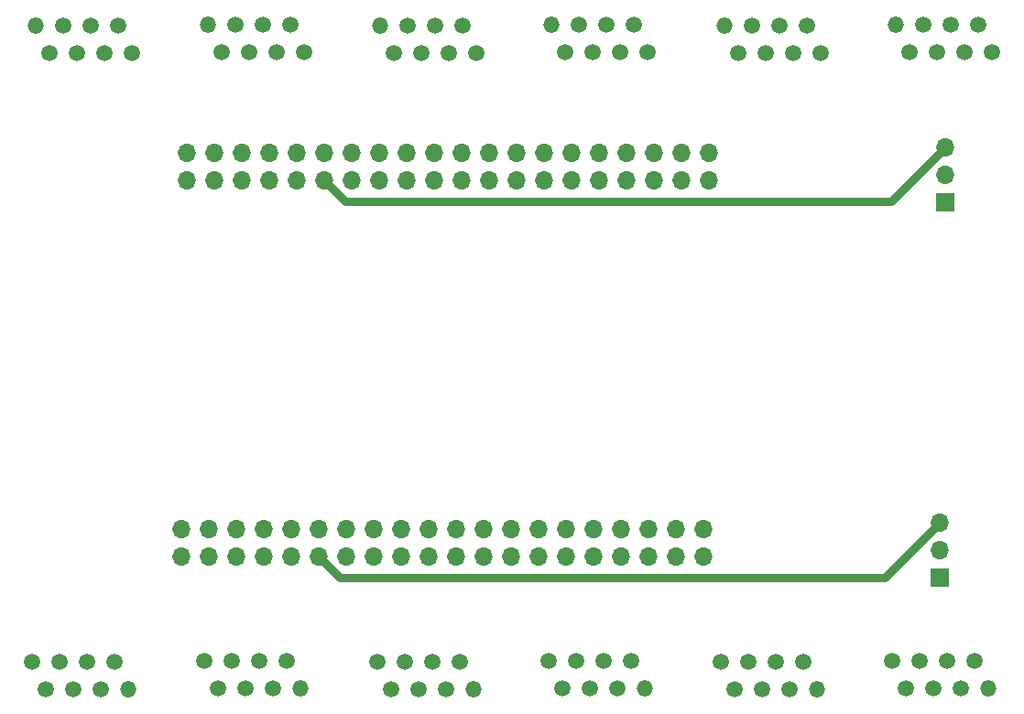
<source format=gbr>
%TF.GenerationSoftware,KiCad,Pcbnew,8.0.0*%
%TF.CreationDate,2024-05-23T14:56:37-05:00*%
%TF.ProjectId,antenna_connector,616e7465-6e6e-4615-9f63-6f6e6e656374,rev?*%
%TF.SameCoordinates,Original*%
%TF.FileFunction,Copper,L4,Bot*%
%TF.FilePolarity,Positive*%
%FSLAX46Y46*%
G04 Gerber Fmt 4.6, Leading zero omitted, Abs format (unit mm)*
G04 Created by KiCad (PCBNEW 8.0.0) date 2024-05-23 14:56:37*
%MOMM*%
%LPD*%
G01*
G04 APERTURE LIST*
%TA.AperFunction,ComponentPad*%
%ADD10O,1.700000X1.700000*%
%TD*%
%TA.AperFunction,ComponentPad*%
%ADD11R,1.700000X1.700000*%
%TD*%
%TA.AperFunction,ComponentPad*%
%ADD12O,1.500000X1.500000*%
%TD*%
%TA.AperFunction,ComponentPad*%
%ADD13C,1.500000*%
%TD*%
%TA.AperFunction,Conductor*%
%ADD14C,0.750000*%
%TD*%
G04 APERTURE END LIST*
D10*
%TO.P,REF\u002A\u002A,1*%
%TO.N,d2*%
X112640000Y-117520000D03*
%TO.P,REF\u002A\u002A,2*%
%TO.N,d1*%
X112640000Y-114980000D03*
%TO.P,REF\u002A\u002A,3*%
%TO.N,clk*%
X115180000Y-117520000D03*
%TO.P,REF\u002A\u002A,4*%
%TO.N,ws*%
X115180000Y-114980000D03*
%TO.P,REF\u002A\u002A,5*%
%TO.N,d4*%
X117720000Y-117520000D03*
%TO.P,REF\u002A\u002A,6*%
%TO.N,d3*%
X117720000Y-114980000D03*
%TO.P,REF\u002A\u002A,7*%
X120260000Y-117520000D03*
%TO.P,REF\u002A\u002A,8*%
%TO.N,d4*%
X120260000Y-114980000D03*
%TO.P,REF\u002A\u002A,9*%
%TO.N,ws*%
X122800000Y-117520000D03*
%TO.P,REF\u002A\u002A,10*%
%TO.N,clk*%
X122800000Y-114980000D03*
%TO.P,REF\u002A\u002A,11*%
%TO.N,5V*%
X125340000Y-117520000D03*
%TO.P,REF\u002A\u002A,12*%
%TO.N,gnd*%
X125340000Y-114980000D03*
%TO.P,REF\u002A\u002A,13*%
%TO.N,d1*%
X127880000Y-117520000D03*
%TO.P,REF\u002A\u002A,14*%
%TO.N,d2*%
X127880000Y-114980000D03*
%TO.P,REF\u002A\u002A,15*%
X130420000Y-117520000D03*
%TO.P,REF\u002A\u002A,16*%
%TO.N,d1*%
X130420000Y-114980000D03*
%TO.P,REF\u002A\u002A,17*%
%TO.N,clk*%
X132960000Y-117520000D03*
%TO.P,REF\u002A\u002A,18*%
%TO.N,ws*%
X132960000Y-114980000D03*
%TO.P,REF\u002A\u002A,19*%
%TO.N,d4*%
X135500000Y-117520000D03*
%TO.P,REF\u002A\u002A,20*%
%TO.N,d3*%
X135500000Y-114980000D03*
%TO.P,REF\u002A\u002A,21*%
X138040000Y-117520000D03*
%TO.P,REF\u002A\u002A,22*%
%TO.N,d4*%
X138040000Y-114980000D03*
%TO.P,REF\u002A\u002A,23*%
%TO.N,ws*%
X140580000Y-117520000D03*
%TO.P,REF\u002A\u002A,24*%
%TO.N,clk*%
X140580000Y-114980000D03*
%TO.P,REF\u002A\u002A,25*%
%TO.N,d1*%
X143120000Y-117520000D03*
%TO.P,REF\u002A\u002A,26*%
%TO.N,d2*%
X143120000Y-114980000D03*
%TO.P,REF\u002A\u002A,27*%
X145660000Y-117520000D03*
%TO.P,REF\u002A\u002A,28*%
%TO.N,d1*%
X145660000Y-114980000D03*
%TO.P,REF\u002A\u002A,29*%
%TO.N,N/C*%
X148200000Y-117520000D03*
%TO.P,REF\u002A\u002A,30*%
%TO.N,gnd*%
X148200000Y-114980000D03*
%TO.P,REF\u002A\u002A,31*%
%TO.N,clk*%
X150740000Y-117520000D03*
%TO.P,REF\u002A\u002A,32*%
%TO.N,ws*%
X150740000Y-114980000D03*
%TO.P,REF\u002A\u002A,33*%
%TO.N,d4*%
X153280000Y-117520000D03*
%TO.P,REF\u002A\u002A,34*%
%TO.N,d3*%
X153280000Y-114980000D03*
%TO.P,REF\u002A\u002A,35*%
X155820000Y-117520000D03*
%TO.P,REF\u002A\u002A,36*%
%TO.N,d4*%
X155820000Y-114980000D03*
%TO.P,REF\u002A\u002A,37*%
%TO.N,ws*%
X158360000Y-117520000D03*
%TO.P,REF\u002A\u002A,38*%
%TO.N,clk*%
X158360000Y-114980000D03*
%TO.P,REF\u002A\u002A,39*%
%TO.N,d1*%
X160900000Y-117520000D03*
%TO.P,REF\u002A\u002A,40*%
%TO.N,d2*%
X160900000Y-114980000D03*
%TD*%
%TO.P,REF\u002A\u002A,1*%
%TO.N,d2*%
X113180000Y-82760000D03*
%TO.P,REF\u002A\u002A,2*%
%TO.N,d1*%
X113180000Y-80220000D03*
%TO.P,REF\u002A\u002A,3*%
%TO.N,clk*%
X115720000Y-82760000D03*
%TO.P,REF\u002A\u002A,4*%
%TO.N,ws*%
X115720000Y-80220000D03*
%TO.P,REF\u002A\u002A,5*%
%TO.N,d4*%
X118260000Y-82760000D03*
%TO.P,REF\u002A\u002A,6*%
%TO.N,d3*%
X118260000Y-80220000D03*
%TO.P,REF\u002A\u002A,7*%
X120800000Y-82760000D03*
%TO.P,REF\u002A\u002A,8*%
%TO.N,d4*%
X120800000Y-80220000D03*
%TO.P,REF\u002A\u002A,9*%
%TO.N,ws*%
X123340000Y-82760000D03*
%TO.P,REF\u002A\u002A,10*%
%TO.N,clk*%
X123340000Y-80220000D03*
%TO.P,REF\u002A\u002A,11*%
%TO.N,5V*%
X125880000Y-82760000D03*
%TO.P,REF\u002A\u002A,12*%
%TO.N,gnd*%
X125880000Y-80220000D03*
%TO.P,REF\u002A\u002A,13*%
%TO.N,d1*%
X128420000Y-82760000D03*
%TO.P,REF\u002A\u002A,14*%
%TO.N,d2*%
X128420000Y-80220000D03*
%TO.P,REF\u002A\u002A,15*%
X130960000Y-82760000D03*
%TO.P,REF\u002A\u002A,16*%
%TO.N,d1*%
X130960000Y-80220000D03*
%TO.P,REF\u002A\u002A,17*%
%TO.N,clk*%
X133500000Y-82760000D03*
%TO.P,REF\u002A\u002A,18*%
%TO.N,ws*%
X133500000Y-80220000D03*
%TO.P,REF\u002A\u002A,19*%
%TO.N,d4*%
X136040000Y-82760000D03*
%TO.P,REF\u002A\u002A,20*%
%TO.N,d3*%
X136040000Y-80220000D03*
%TO.P,REF\u002A\u002A,21*%
X138580000Y-82760000D03*
%TO.P,REF\u002A\u002A,22*%
%TO.N,d4*%
X138580000Y-80220000D03*
%TO.P,REF\u002A\u002A,23*%
%TO.N,ws*%
X141120000Y-82760000D03*
%TO.P,REF\u002A\u002A,24*%
%TO.N,clk*%
X141120000Y-80220000D03*
%TO.P,REF\u002A\u002A,25*%
%TO.N,d1*%
X143660000Y-82760000D03*
%TO.P,REF\u002A\u002A,26*%
%TO.N,d2*%
X143660000Y-80220000D03*
%TO.P,REF\u002A\u002A,27*%
X146200000Y-82760000D03*
%TO.P,REF\u002A\u002A,28*%
%TO.N,d1*%
X146200000Y-80220000D03*
%TO.P,REF\u002A\u002A,29*%
%TO.N,N/C*%
X148740000Y-82760000D03*
%TO.P,REF\u002A\u002A,30*%
%TO.N,gnd*%
X148740000Y-80220000D03*
%TO.P,REF\u002A\u002A,31*%
%TO.N,clk*%
X151280000Y-82760000D03*
%TO.P,REF\u002A\u002A,32*%
%TO.N,ws*%
X151280000Y-80220000D03*
%TO.P,REF\u002A\u002A,33*%
%TO.N,d4*%
X153820000Y-82760000D03*
%TO.P,REF\u002A\u002A,34*%
%TO.N,d3*%
X153820000Y-80220000D03*
%TO.P,REF\u002A\u002A,35*%
X156360000Y-82760000D03*
%TO.P,REF\u002A\u002A,36*%
%TO.N,d4*%
X156360000Y-80220000D03*
%TO.P,REF\u002A\u002A,37*%
%TO.N,ws*%
X158900000Y-82760000D03*
%TO.P,REF\u002A\u002A,38*%
%TO.N,clk*%
X158900000Y-80220000D03*
%TO.P,REF\u002A\u002A,39*%
%TO.N,d1*%
X161440000Y-82760000D03*
%TO.P,REF\u002A\u002A,40*%
%TO.N,d2*%
X161440000Y-80220000D03*
%TD*%
D11*
%TO.P,REF\u002A\u002A,1*%
%TO.N,gnd*%
X182728494Y-119510000D03*
D10*
%TO.P,REF\u002A\u002A,2*%
%TO.N,pwr*%
X182728494Y-116970000D03*
%TO.P,REF\u002A\u002A,3*%
%TO.N,5V*%
X182728494Y-114430000D03*
%TD*%
D11*
%TO.P,REF\u002A\u002A,1*%
%TO.N,gnd*%
X183268494Y-84750000D03*
D10*
%TO.P,REF\u002A\u002A,2*%
%TO.N,pwr*%
X183268494Y-82210000D03*
%TO.P,REF\u002A\u002A,3*%
%TO.N,5V*%
X183268494Y-79670000D03*
%TD*%
D12*
%TO.P,REF\u002A\u002A,1*%
%TO.N,d4*%
X178660000Y-68390000D03*
D13*
%TO.P,REF\u002A\u002A,2*%
%TO.N,clk*%
X179930000Y-70930000D03*
%TO.P,REF\u002A\u002A,3*%
%TO.N,gnd*%
X181200000Y-68390000D03*
%TO.P,REF\u002A\u002A,4*%
%TO.N,d2*%
X182470000Y-70930000D03*
%TO.P,REF\u002A\u002A,5*%
%TO.N,pwr*%
X183740000Y-68390000D03*
%TO.P,REF\u002A\u002A,6*%
%TO.N,d1*%
X185010000Y-70930000D03*
%TO.P,REF\u002A\u002A,7*%
%TO.N,d3*%
X186280000Y-68390000D03*
%TO.P,REF\u002A\u002A,8*%
%TO.N,ws*%
X187550000Y-70930000D03*
%TD*%
D12*
%TO.P,REF\u002A\u002A,1*%
%TO.N,d4*%
X187215000Y-129765000D03*
D13*
%TO.P,REF\u002A\u002A,2*%
%TO.N,clk*%
X185945000Y-127225000D03*
%TO.P,REF\u002A\u002A,3*%
%TO.N,gnd*%
X184675000Y-129765000D03*
%TO.P,REF\u002A\u002A,4*%
%TO.N,d2*%
X183405000Y-127225000D03*
%TO.P,REF\u002A\u002A,5*%
%TO.N,pwr*%
X182135000Y-129765000D03*
%TO.P,REF\u002A\u002A,6*%
%TO.N,d1*%
X180865000Y-127225000D03*
%TO.P,REF\u002A\u002A,7*%
%TO.N,d3*%
X179595000Y-129765000D03*
%TO.P,REF\u002A\u002A,8*%
%TO.N,ws*%
X178325000Y-127225000D03*
%TD*%
D12*
%TO.P,REF\u002A\u002A,1*%
%TO.N,d4*%
X99215000Y-68415000D03*
D13*
%TO.P,REF\u002A\u002A,2*%
%TO.N,clk*%
X100485000Y-70955000D03*
%TO.P,REF\u002A\u002A,3*%
%TO.N,gnd*%
X101755000Y-68415000D03*
%TO.P,REF\u002A\u002A,4*%
%TO.N,d2*%
X103025000Y-70955000D03*
%TO.P,REF\u002A\u002A,5*%
%TO.N,pwr*%
X104295000Y-68415000D03*
%TO.P,REF\u002A\u002A,6*%
%TO.N,d1*%
X105565000Y-70955000D03*
%TO.P,REF\u002A\u002A,7*%
%TO.N,d3*%
X106835000Y-68415000D03*
%TO.P,REF\u002A\u002A,8*%
%TO.N,ws*%
X108105000Y-70955000D03*
%TD*%
D12*
%TO.P,REF\u002A\u002A,1*%
%TO.N,d4*%
X162815000Y-68415000D03*
D13*
%TO.P,REF\u002A\u002A,2*%
%TO.N,clk*%
X164085000Y-70955000D03*
%TO.P,REF\u002A\u002A,3*%
%TO.N,gnd*%
X165355000Y-68415000D03*
%TO.P,REF\u002A\u002A,4*%
%TO.N,d2*%
X166625000Y-70955000D03*
%TO.P,REF\u002A\u002A,5*%
%TO.N,pwr*%
X167895000Y-68415000D03*
%TO.P,REF\u002A\u002A,6*%
%TO.N,d1*%
X169165000Y-70955000D03*
%TO.P,REF\u002A\u002A,7*%
%TO.N,d3*%
X170435000Y-68415000D03*
%TO.P,REF\u002A\u002A,8*%
%TO.N,ws*%
X171705000Y-70955000D03*
%TD*%
D12*
%TO.P,REF\u002A\u002A,1*%
%TO.N,d4*%
X115060000Y-68390000D03*
D13*
%TO.P,REF\u002A\u002A,2*%
%TO.N,clk*%
X116330000Y-70930000D03*
%TO.P,REF\u002A\u002A,3*%
%TO.N,gnd*%
X117600000Y-68390000D03*
%TO.P,REF\u002A\u002A,4*%
%TO.N,d2*%
X118870000Y-70930000D03*
%TO.P,REF\u002A\u002A,5*%
%TO.N,pwr*%
X120140000Y-68390000D03*
%TO.P,REF\u002A\u002A,6*%
%TO.N,d1*%
X121410000Y-70930000D03*
%TO.P,REF\u002A\u002A,7*%
%TO.N,d3*%
X122680000Y-68390000D03*
%TO.P,REF\u002A\u002A,8*%
%TO.N,ws*%
X123950000Y-70930000D03*
%TD*%
D12*
%TO.P,REF\u002A\u002A,1*%
%TO.N,d4*%
X171370000Y-129790000D03*
D13*
%TO.P,REF\u002A\u002A,2*%
%TO.N,clk*%
X170100000Y-127250000D03*
%TO.P,REF\u002A\u002A,3*%
%TO.N,gnd*%
X168830000Y-129790000D03*
%TO.P,REF\u002A\u002A,4*%
%TO.N,d2*%
X167560000Y-127250000D03*
%TO.P,REF\u002A\u002A,5*%
%TO.N,pwr*%
X166290000Y-129790000D03*
%TO.P,REF\u002A\u002A,6*%
%TO.N,d1*%
X165020000Y-127250000D03*
%TO.P,REF\u002A\u002A,7*%
%TO.N,d3*%
X163750000Y-129790000D03*
%TO.P,REF\u002A\u002A,8*%
%TO.N,ws*%
X162480000Y-127250000D03*
%TD*%
D12*
%TO.P,REF\u002A\u002A,1*%
%TO.N,d4*%
X146815000Y-68390000D03*
D13*
%TO.P,REF\u002A\u002A,2*%
%TO.N,clk*%
X148085000Y-70930000D03*
%TO.P,REF\u002A\u002A,3*%
%TO.N,gnd*%
X149355000Y-68390000D03*
%TO.P,REF\u002A\u002A,4*%
%TO.N,d2*%
X150625000Y-70930000D03*
%TO.P,REF\u002A\u002A,5*%
%TO.N,pwr*%
X151895000Y-68390000D03*
%TO.P,REF\u002A\u002A,6*%
%TO.N,d1*%
X153165000Y-70930000D03*
%TO.P,REF\u002A\u002A,7*%
%TO.N,d3*%
X154435000Y-68390000D03*
%TO.P,REF\u002A\u002A,8*%
%TO.N,ws*%
X155705000Y-70930000D03*
%TD*%
D12*
%TO.P,REF\u002A\u002A,1*%
%TO.N,d4*%
X123615000Y-129765000D03*
D13*
%TO.P,REF\u002A\u002A,2*%
%TO.N,clk*%
X122345000Y-127225000D03*
%TO.P,REF\u002A\u002A,3*%
%TO.N,gnd*%
X121075000Y-129765000D03*
%TO.P,REF\u002A\u002A,4*%
%TO.N,d2*%
X119805000Y-127225000D03*
%TO.P,REF\u002A\u002A,5*%
%TO.N,pwr*%
X118535000Y-129765000D03*
%TO.P,REF\u002A\u002A,6*%
%TO.N,d1*%
X117265000Y-127225000D03*
%TO.P,REF\u002A\u002A,7*%
%TO.N,d3*%
X115995000Y-129765000D03*
%TO.P,REF\u002A\u002A,8*%
%TO.N,ws*%
X114725000Y-127225000D03*
%TD*%
D12*
%TO.P,REF\u002A\u002A,1*%
%TO.N,d4*%
X155460000Y-129765000D03*
D13*
%TO.P,REF\u002A\u002A,2*%
%TO.N,clk*%
X154190000Y-127225000D03*
%TO.P,REF\u002A\u002A,3*%
%TO.N,gnd*%
X152920000Y-129765000D03*
%TO.P,REF\u002A\u002A,4*%
%TO.N,d2*%
X151650000Y-127225000D03*
%TO.P,REF\u002A\u002A,5*%
%TO.N,pwr*%
X150380000Y-129765000D03*
%TO.P,REF\u002A\u002A,6*%
%TO.N,d1*%
X149110000Y-127225000D03*
%TO.P,REF\u002A\u002A,7*%
%TO.N,d3*%
X147840000Y-129765000D03*
%TO.P,REF\u002A\u002A,8*%
%TO.N,ws*%
X146570000Y-127225000D03*
%TD*%
D12*
%TO.P,REF\u002A\u002A,1*%
%TO.N,d4*%
X107770000Y-129790000D03*
D13*
%TO.P,REF\u002A\u002A,2*%
%TO.N,clk*%
X106500000Y-127250000D03*
%TO.P,REF\u002A\u002A,3*%
%TO.N,gnd*%
X105230000Y-129790000D03*
%TO.P,REF\u002A\u002A,4*%
%TO.N,d2*%
X103960000Y-127250000D03*
%TO.P,REF\u002A\u002A,5*%
%TO.N,pwr*%
X102690000Y-129790000D03*
%TO.P,REF\u002A\u002A,6*%
%TO.N,d1*%
X101420000Y-127250000D03*
%TO.P,REF\u002A\u002A,7*%
%TO.N,d3*%
X100150000Y-129790000D03*
%TO.P,REF\u002A\u002A,8*%
%TO.N,ws*%
X98880000Y-127250000D03*
%TD*%
D12*
%TO.P,REF\u002A\u002A,1*%
%TO.N,d4*%
X139615000Y-129790000D03*
D13*
%TO.P,REF\u002A\u002A,2*%
%TO.N,clk*%
X138345000Y-127250000D03*
%TO.P,REF\u002A\u002A,3*%
%TO.N,gnd*%
X137075000Y-129790000D03*
%TO.P,REF\u002A\u002A,4*%
%TO.N,d2*%
X135805000Y-127250000D03*
%TO.P,REF\u002A\u002A,5*%
%TO.N,pwr*%
X134535000Y-129790000D03*
%TO.P,REF\u002A\u002A,6*%
%TO.N,d1*%
X133265000Y-127250000D03*
%TO.P,REF\u002A\u002A,7*%
%TO.N,d3*%
X131995000Y-129790000D03*
%TO.P,REF\u002A\u002A,8*%
%TO.N,ws*%
X130725000Y-127250000D03*
%TD*%
D12*
%TO.P,REF\u002A\u002A,1*%
%TO.N,d4*%
X130970000Y-68415000D03*
D13*
%TO.P,REF\u002A\u002A,2*%
%TO.N,clk*%
X132240000Y-70955000D03*
%TO.P,REF\u002A\u002A,3*%
%TO.N,gnd*%
X133510000Y-68415000D03*
%TO.P,REF\u002A\u002A,4*%
%TO.N,d2*%
X134780000Y-70955000D03*
%TO.P,REF\u002A\u002A,5*%
%TO.N,pwr*%
X136050000Y-68415000D03*
%TO.P,REF\u002A\u002A,6*%
%TO.N,d1*%
X137320000Y-70955000D03*
%TO.P,REF\u002A\u002A,7*%
%TO.N,d3*%
X138590000Y-68415000D03*
%TO.P,REF\u002A\u002A,8*%
%TO.N,ws*%
X139860000Y-70955000D03*
%TD*%
D14*
%TO.N,5V*%
X125340000Y-117520000D02*
X127280000Y-119460000D01*
X125880000Y-82760000D02*
X127820000Y-84700000D01*
X178238494Y-84700000D02*
X183268494Y-79670000D01*
X177698494Y-119460000D02*
X182728494Y-114430000D01*
X127280000Y-119460000D02*
X177698494Y-119460000D01*
X127820000Y-84700000D02*
X178238494Y-84700000D01*
%TD*%
M02*

</source>
